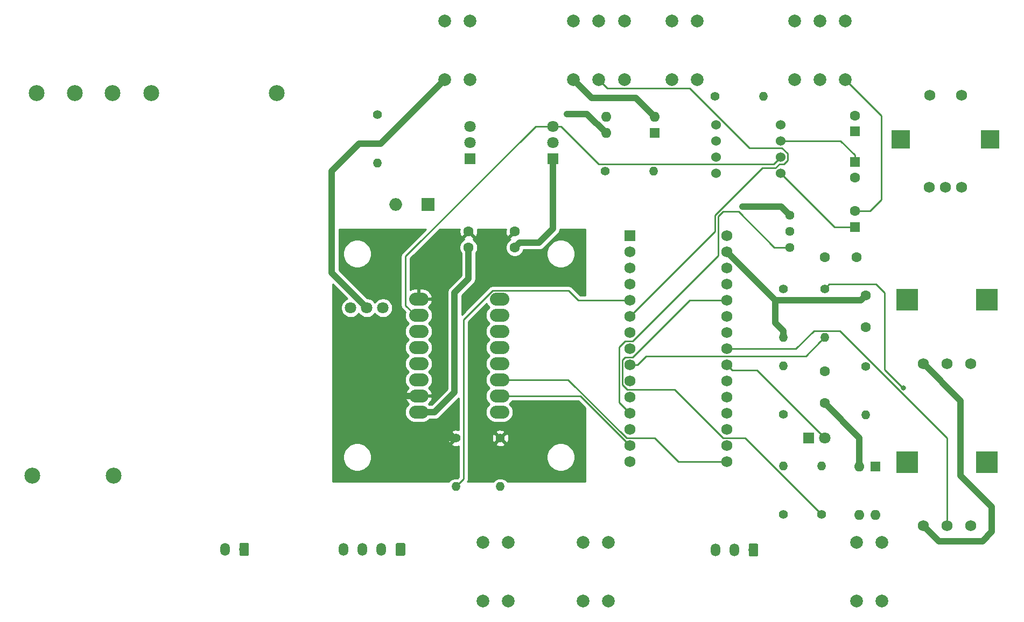
<source format=gbr>
G04 #@! TF.GenerationSoftware,KiCad,Pcbnew,(5.1.4)-1*
G04 #@! TF.CreationDate,2019-11-18T19:22:07+01:00*
G04 #@! TF.ProjectId,upuaut_2Nils,75707561-7574-45f3-924e-696c732e6b69,rev?*
G04 #@! TF.SameCoordinates,Original*
G04 #@! TF.FileFunction,Copper,L2,Bot*
G04 #@! TF.FilePolarity,Positive*
%FSLAX46Y46*%
G04 Gerber Fmt 4.6, Leading zero omitted, Abs format (unit mm)*
G04 Created by KiCad (PCBNEW (5.1.4)-1) date 2019-11-18 19:22:07*
%MOMM*%
%LPD*%
G04 APERTURE LIST*
%ADD10O,1.500000X2.020000*%
%ADD11C,0.100000*%
%ADD12C,1.500000*%
%ADD13C,1.800000*%
%ADD14C,2.000000*%
%ADD15R,3.500000X3.500000*%
%ADD16C,1.750000*%
%ADD17R,1.727200X1.727200*%
%ADD18C,1.727200*%
%ADD19O,1.600000X1.600000*%
%ADD20R,1.600000X1.600000*%
%ADD21O,3.048000X2.032000*%
%ADD22C,1.524000*%
%ADD23R,3.000000X3.000000*%
%ADD24R,1.800000X1.800000*%
%ADD25C,2.500000*%
%ADD26C,1.440000*%
%ADD27O,1.400000X1.400000*%
%ADD28C,1.400000*%
%ADD29C,1.600000*%
%ADD30O,2.000000X2.000000*%
%ADD31R,2.000000X2.000000*%
%ADD32C,0.800000*%
%ADD33C,1.000000*%
%ADD34C,0.250000*%
%ADD35C,0.254000*%
G04 APERTURE END LIST*
D10*
X120300000Y-135700000D03*
X123300000Y-135700000D03*
X126300000Y-135700000D03*
D11*
G36*
X129824504Y-134691204D02*
G01*
X129848773Y-134694804D01*
X129872571Y-134700765D01*
X129895671Y-134709030D01*
X129917849Y-134719520D01*
X129938893Y-134732133D01*
X129958598Y-134746747D01*
X129976777Y-134763223D01*
X129993253Y-134781402D01*
X130007867Y-134801107D01*
X130020480Y-134822151D01*
X130030970Y-134844329D01*
X130039235Y-134867429D01*
X130045196Y-134891227D01*
X130048796Y-134915496D01*
X130050000Y-134940000D01*
X130050000Y-136460000D01*
X130048796Y-136484504D01*
X130045196Y-136508773D01*
X130039235Y-136532571D01*
X130030970Y-136555671D01*
X130020480Y-136577849D01*
X130007867Y-136598893D01*
X129993253Y-136618598D01*
X129976777Y-136636777D01*
X129958598Y-136653253D01*
X129938893Y-136667867D01*
X129917849Y-136680480D01*
X129895671Y-136690970D01*
X129872571Y-136699235D01*
X129848773Y-136705196D01*
X129824504Y-136708796D01*
X129800000Y-136710000D01*
X128800000Y-136710000D01*
X128775496Y-136708796D01*
X128751227Y-136705196D01*
X128727429Y-136699235D01*
X128704329Y-136690970D01*
X128682151Y-136680480D01*
X128661107Y-136667867D01*
X128641402Y-136653253D01*
X128623223Y-136636777D01*
X128606747Y-136618598D01*
X128592133Y-136598893D01*
X128579520Y-136577849D01*
X128569030Y-136555671D01*
X128560765Y-136532571D01*
X128554804Y-136508773D01*
X128551204Y-136484504D01*
X128550000Y-136460000D01*
X128550000Y-134940000D01*
X128551204Y-134915496D01*
X128554804Y-134891227D01*
X128560765Y-134867429D01*
X128569030Y-134844329D01*
X128579520Y-134822151D01*
X128592133Y-134801107D01*
X128606747Y-134781402D01*
X128623223Y-134763223D01*
X128641402Y-134746747D01*
X128661107Y-134732133D01*
X128682151Y-134719520D01*
X128704329Y-134709030D01*
X128727429Y-134700765D01*
X128751227Y-134694804D01*
X128775496Y-134691204D01*
X128800000Y-134690000D01*
X129800000Y-134690000D01*
X129824504Y-134691204D01*
X129824504Y-134691204D01*
G37*
D12*
X129300000Y-135700000D03*
D10*
X101700000Y-135700000D03*
D11*
G36*
X105224504Y-134691204D02*
G01*
X105248773Y-134694804D01*
X105272571Y-134700765D01*
X105295671Y-134709030D01*
X105317849Y-134719520D01*
X105338893Y-134732133D01*
X105358598Y-134746747D01*
X105376777Y-134763223D01*
X105393253Y-134781402D01*
X105407867Y-134801107D01*
X105420480Y-134822151D01*
X105430970Y-134844329D01*
X105439235Y-134867429D01*
X105445196Y-134891227D01*
X105448796Y-134915496D01*
X105450000Y-134940000D01*
X105450000Y-136460000D01*
X105448796Y-136484504D01*
X105445196Y-136508773D01*
X105439235Y-136532571D01*
X105430970Y-136555671D01*
X105420480Y-136577849D01*
X105407867Y-136598893D01*
X105393253Y-136618598D01*
X105376777Y-136636777D01*
X105358598Y-136653253D01*
X105338893Y-136667867D01*
X105317849Y-136680480D01*
X105295671Y-136690970D01*
X105272571Y-136699235D01*
X105248773Y-136705196D01*
X105224504Y-136708796D01*
X105200000Y-136710000D01*
X104200000Y-136710000D01*
X104175496Y-136708796D01*
X104151227Y-136705196D01*
X104127429Y-136699235D01*
X104104329Y-136690970D01*
X104082151Y-136680480D01*
X104061107Y-136667867D01*
X104041402Y-136653253D01*
X104023223Y-136636777D01*
X104006747Y-136618598D01*
X103992133Y-136598893D01*
X103979520Y-136577849D01*
X103969030Y-136555671D01*
X103960765Y-136532571D01*
X103954804Y-136508773D01*
X103951204Y-136484504D01*
X103950000Y-136460000D01*
X103950000Y-134940000D01*
X103951204Y-134915496D01*
X103954804Y-134891227D01*
X103960765Y-134867429D01*
X103969030Y-134844329D01*
X103979520Y-134822151D01*
X103992133Y-134801107D01*
X104006747Y-134781402D01*
X104023223Y-134763223D01*
X104041402Y-134746747D01*
X104061107Y-134732133D01*
X104082151Y-134719520D01*
X104104329Y-134709030D01*
X104127429Y-134700765D01*
X104151227Y-134694804D01*
X104175496Y-134691204D01*
X104200000Y-134690000D01*
X105200000Y-134690000D01*
X105224504Y-134691204D01*
X105224504Y-134691204D01*
G37*
D12*
X104700000Y-135700000D03*
D10*
X178800000Y-135800000D03*
X181800000Y-135800000D03*
D11*
G36*
X185324504Y-134791204D02*
G01*
X185348773Y-134794804D01*
X185372571Y-134800765D01*
X185395671Y-134809030D01*
X185417849Y-134819520D01*
X185438893Y-134832133D01*
X185458598Y-134846747D01*
X185476777Y-134863223D01*
X185493253Y-134881402D01*
X185507867Y-134901107D01*
X185520480Y-134922151D01*
X185530970Y-134944329D01*
X185539235Y-134967429D01*
X185545196Y-134991227D01*
X185548796Y-135015496D01*
X185550000Y-135040000D01*
X185550000Y-136560000D01*
X185548796Y-136584504D01*
X185545196Y-136608773D01*
X185539235Y-136632571D01*
X185530970Y-136655671D01*
X185520480Y-136677849D01*
X185507867Y-136698893D01*
X185493253Y-136718598D01*
X185476777Y-136736777D01*
X185458598Y-136753253D01*
X185438893Y-136767867D01*
X185417849Y-136780480D01*
X185395671Y-136790970D01*
X185372571Y-136799235D01*
X185348773Y-136805196D01*
X185324504Y-136808796D01*
X185300000Y-136810000D01*
X184300000Y-136810000D01*
X184275496Y-136808796D01*
X184251227Y-136805196D01*
X184227429Y-136799235D01*
X184204329Y-136790970D01*
X184182151Y-136780480D01*
X184161107Y-136767867D01*
X184141402Y-136753253D01*
X184123223Y-136736777D01*
X184106747Y-136718598D01*
X184092133Y-136698893D01*
X184079520Y-136677849D01*
X184069030Y-136655671D01*
X184060765Y-136632571D01*
X184054804Y-136608773D01*
X184051204Y-136584504D01*
X184050000Y-136560000D01*
X184050000Y-135040000D01*
X184051204Y-135015496D01*
X184054804Y-134991227D01*
X184060765Y-134967429D01*
X184069030Y-134944329D01*
X184079520Y-134922151D01*
X184092133Y-134901107D01*
X184106747Y-134881402D01*
X184123223Y-134863223D01*
X184141402Y-134846747D01*
X184161107Y-134832133D01*
X184182151Y-134819520D01*
X184204329Y-134809030D01*
X184227429Y-134800765D01*
X184251227Y-134794804D01*
X184275496Y-134791204D01*
X184300000Y-134790000D01*
X185300000Y-134790000D01*
X185324504Y-134791204D01*
X185324504Y-134791204D01*
G37*
D12*
X184800000Y-135800000D03*
D13*
X121460000Y-97700000D03*
X124000000Y-97700000D03*
X126540000Y-97700000D03*
D14*
X160500000Y-61800000D03*
X160500000Y-52600000D03*
X156500000Y-61800000D03*
X164500000Y-61800000D03*
X156500000Y-52600000D03*
X164500000Y-52600000D03*
D15*
X221550000Y-96450000D03*
X208950000Y-96450000D03*
D16*
X211500000Y-106450000D03*
X215250000Y-106450000D03*
X219000000Y-106450000D03*
D17*
X165380000Y-86330000D03*
D18*
X165380000Y-88870000D03*
X165380000Y-91410000D03*
X165380000Y-93950000D03*
X165380000Y-96490000D03*
X165380000Y-99030000D03*
X165380000Y-101570000D03*
X165380000Y-104110000D03*
X165380000Y-106650000D03*
X165380000Y-109190000D03*
X165380000Y-111730000D03*
X165380000Y-114270000D03*
X165380000Y-116810000D03*
X165380000Y-119350000D03*
X165380000Y-121890000D03*
X180620000Y-121890000D03*
X180620000Y-119350000D03*
X180620000Y-116810000D03*
X180620000Y-114270000D03*
X180620000Y-111730000D03*
X180620000Y-109190000D03*
X180620000Y-106650000D03*
X180620000Y-104110000D03*
X180620000Y-101570000D03*
X180620000Y-99030000D03*
X180620000Y-96490000D03*
X180620000Y-93950000D03*
X180620000Y-91410000D03*
X180620000Y-88870000D03*
X180620000Y-86330000D03*
D14*
X172000000Y-61800000D03*
X176000000Y-61800000D03*
X172000000Y-52600000D03*
X176000000Y-52600000D03*
D19*
X204000000Y-130320000D03*
X201460000Y-122700000D03*
X201460000Y-130320000D03*
D20*
X204000000Y-122700000D03*
D14*
X162000000Y-134600000D03*
X158000000Y-134600000D03*
X162000000Y-143800000D03*
X158000000Y-143800000D03*
X146250000Y-134600000D03*
X142250000Y-134600000D03*
X146250000Y-143800000D03*
X142250000Y-143800000D03*
X136250000Y-61800000D03*
X140250000Y-61800000D03*
X136250000Y-52600000D03*
X140250000Y-52600000D03*
X205000000Y-134600000D03*
X201000000Y-134600000D03*
X205000000Y-143800000D03*
X201000000Y-143800000D03*
X195250000Y-61800000D03*
X195250000Y-52600000D03*
X191250000Y-61800000D03*
X199250000Y-61800000D03*
X191250000Y-52600000D03*
X199250000Y-52600000D03*
D21*
X144850000Y-96310000D03*
X144850000Y-98850000D03*
X144850000Y-101390000D03*
X144850000Y-103930000D03*
X144850000Y-106470000D03*
X144850000Y-109010000D03*
X144850000Y-111550000D03*
X144850000Y-114090000D03*
X132150000Y-114090000D03*
X132150000Y-111550000D03*
X132150000Y-109010000D03*
X132150000Y-106470000D03*
X132150000Y-103930000D03*
X132150000Y-101390000D03*
X132150000Y-98850000D03*
X132150000Y-96310000D03*
D22*
X189080000Y-68870000D03*
X189080000Y-71410000D03*
X189080000Y-73950000D03*
X189080000Y-76490000D03*
X178920000Y-76490000D03*
X178920000Y-73950000D03*
X178920000Y-71410000D03*
X178920000Y-68870000D03*
D16*
X212500000Y-64200000D03*
X217500000Y-64200000D03*
D23*
X222000000Y-71200000D03*
X208000000Y-71200000D03*
D16*
X215000000Y-78700000D03*
X217540000Y-78700000D03*
X212460000Y-78700000D03*
D15*
X221550000Y-121950000D03*
X208950000Y-121950000D03*
D16*
X211500000Y-131950000D03*
X215250000Y-131950000D03*
X219000000Y-131950000D03*
D24*
X153250000Y-74200000D03*
D13*
X153250000Y-71660000D03*
X153250000Y-69120000D03*
D24*
X140250000Y-74200000D03*
D13*
X140250000Y-71660000D03*
X140250000Y-69120000D03*
D19*
X161630000Y-70200000D03*
X169250000Y-67660000D03*
X161630000Y-67660000D03*
D20*
X169250000Y-70200000D03*
D25*
X84150000Y-124100000D03*
X71400000Y-124100000D03*
X109850000Y-63900000D03*
X90100000Y-63900000D03*
X84050000Y-63900000D03*
X78050000Y-63900000D03*
X72050000Y-63900000D03*
D26*
X190500000Y-83120000D03*
X190500000Y-85660000D03*
X190500000Y-88200000D03*
D27*
X202500000Y-114570000D03*
D28*
X202500000Y-106950000D03*
D27*
X125700000Y-74920000D03*
D28*
X125700000Y-67300000D03*
D27*
X195500000Y-122580000D03*
D28*
X195500000Y-130200000D03*
D27*
X189500000Y-106830000D03*
D28*
X189500000Y-114450000D03*
D27*
X186370000Y-64450000D03*
D28*
X178750000Y-64450000D03*
D27*
X189500000Y-102320000D03*
D28*
X189500000Y-94700000D03*
D27*
X189500000Y-122580000D03*
D28*
X189500000Y-130200000D03*
D27*
X145000000Y-125820000D03*
D28*
X145000000Y-118200000D03*
D27*
X138000000Y-125820000D03*
D28*
X138000000Y-118200000D03*
D27*
X169120000Y-76200000D03*
D28*
X161500000Y-76200000D03*
D27*
X196000000Y-102320000D03*
D28*
X196000000Y-94700000D03*
D29*
X140000000Y-85700000D03*
X140000000Y-88200000D03*
X147250000Y-85700000D03*
X147250000Y-88200000D03*
D30*
X128520000Y-81400000D03*
D31*
X133600000Y-81400000D03*
D13*
X196040000Y-118200000D03*
D24*
X193500000Y-118200000D03*
D29*
X200750000Y-77200000D03*
D20*
X200750000Y-74700000D03*
D29*
X200750000Y-82450000D03*
D20*
X200750000Y-84950000D03*
D29*
X196000000Y-89700000D03*
X201000000Y-89700000D03*
X200750000Y-67450000D03*
D20*
X200750000Y-69950000D03*
D29*
X196000000Y-112700000D03*
X196000000Y-107700000D03*
X202500000Y-100700000D03*
X202500000Y-95700000D03*
D32*
X183100000Y-81747630D03*
X162000000Y-64700000D03*
X208396154Y-110303846D03*
X155500000Y-67200000D03*
D33*
X138000000Y-118200000D02*
X129400000Y-118200000D01*
X129400000Y-118200000D02*
X128600000Y-117400000D01*
X129626000Y-111550000D02*
X132150000Y-111550000D01*
X128600000Y-112576000D02*
X129626000Y-111550000D01*
X128600000Y-117400000D02*
X128600000Y-112576000D01*
X189127630Y-81747630D02*
X190500000Y-83120000D01*
X183100000Y-81747630D02*
X189127630Y-81747630D01*
X201700001Y-96499999D02*
X202500000Y-95700000D01*
X188250000Y-96500000D02*
X201700001Y-96499999D01*
X180620000Y-88870000D02*
X188250000Y-96500000D01*
X201460000Y-118160000D02*
X196000000Y-112700000D01*
X201460000Y-122700000D02*
X201460000Y-118160000D01*
X188250000Y-100080051D02*
X188250000Y-96500000D01*
X189500000Y-101330051D02*
X188250000Y-100080051D01*
X189500000Y-102320000D02*
X189500000Y-101330051D01*
X217400000Y-112350000D02*
X211400000Y-106350000D01*
X213950000Y-134400000D02*
X220800000Y-134400000D01*
X220800000Y-134400000D02*
X222300000Y-132900000D01*
X211500000Y-131950000D02*
X213950000Y-134400000D01*
X222300000Y-132900000D02*
X222300000Y-129000000D01*
X222300000Y-129000000D02*
X217400000Y-124100000D01*
X217400000Y-124100000D02*
X217400000Y-112350000D01*
X156500000Y-61800000D02*
X159400000Y-64700000D01*
X166290000Y-64700000D02*
X169250000Y-67660000D01*
X159400000Y-64700000D02*
X162000000Y-64700000D01*
X162000000Y-64700000D02*
X166290000Y-64700000D01*
D34*
X195300001Y-103019999D02*
X196000000Y-102320000D01*
X193021399Y-105298601D02*
X195300001Y-103019999D01*
X167952713Y-105298601D02*
X193021399Y-105298601D01*
X166601314Y-106650000D02*
X167952713Y-105298601D01*
X165380000Y-106650000D02*
X166601314Y-106650000D01*
X197540000Y-84950000D02*
X200750000Y-84950000D01*
X189080000Y-76490000D02*
X197540000Y-84950000D01*
X199250000Y-61800000D02*
X204900000Y-67450000D01*
X204900000Y-67450000D02*
X204900000Y-80700000D01*
X203150000Y-82450000D02*
X200750000Y-82450000D01*
X204900000Y-80700000D02*
X203150000Y-82450000D01*
X200750000Y-73650000D02*
X200750000Y-74700000D01*
X198510000Y-71410000D02*
X200750000Y-73650000D01*
X189080000Y-71410000D02*
X198510000Y-71410000D01*
X195140001Y-117300001D02*
X196040000Y-118200000D01*
X185353599Y-107513599D02*
X195140001Y-117300001D01*
X181483599Y-107513599D02*
X185353599Y-107513599D01*
X180620000Y-106650000D02*
X181483599Y-107513599D01*
D33*
X134674000Y-114090000D02*
X137800000Y-110964000D01*
X132150000Y-114090000D02*
X134674000Y-114090000D01*
X137800000Y-110964000D02*
X137800000Y-95300000D01*
X140000000Y-93100000D02*
X140000000Y-88200000D01*
X137800000Y-95300000D02*
X140000000Y-93100000D01*
X153250000Y-74200000D02*
X153250000Y-85250000D01*
X148049999Y-87400001D02*
X147250000Y-88200000D01*
X151099999Y-87400001D02*
X148049999Y-87400001D01*
X153250000Y-85250000D02*
X151099999Y-87400001D01*
X118500000Y-92200000D02*
X124000000Y-97700000D01*
X118500000Y-76200000D02*
X118500000Y-92200000D01*
X122829999Y-71870001D02*
X118500000Y-76200000D01*
X136250000Y-61800000D02*
X126179999Y-71870001D01*
X126179999Y-71870001D02*
X122829999Y-71870001D01*
D34*
X153250000Y-69120000D02*
X150580000Y-69120000D01*
X131642000Y-98850000D02*
X132150000Y-98850000D01*
X130100990Y-97308990D02*
X131642000Y-98850000D01*
X130100990Y-89599010D02*
X130100990Y-97308990D01*
X150580000Y-69120000D02*
X130100990Y-89599010D01*
X188318001Y-74711999D02*
X189080000Y-73950000D01*
X187992999Y-75037001D02*
X188318001Y-74711999D01*
X160439793Y-75037001D02*
X187992999Y-75037001D01*
X154522792Y-69120000D02*
X160439793Y-75037001D01*
X153250000Y-69120000D02*
X154522792Y-69120000D01*
X196699999Y-94000001D02*
X204100001Y-94000001D01*
X196000000Y-94700000D02*
X196699999Y-94000001D01*
X205400000Y-95300000D02*
X205400000Y-107400000D01*
X204100001Y-94000001D02*
X205400000Y-95300000D01*
X205400000Y-107400000D02*
X208303846Y-110303846D01*
X208303846Y-110303846D02*
X208396154Y-110303846D01*
X138699999Y-125120001D02*
X138000000Y-125820000D01*
X139225001Y-124594999D02*
X138699999Y-125120001D01*
X139225001Y-99530525D02*
X139225001Y-124594999D01*
X143786536Y-94968990D02*
X139225001Y-99530525D01*
X155713464Y-94968990D02*
X143786536Y-94968990D01*
X157234474Y-96490000D02*
X155713464Y-94968990D01*
X165380000Y-96490000D02*
X157234474Y-96490000D01*
X180061399Y-118161399D02*
X183461399Y-118161399D01*
X172441399Y-110541399D02*
X180061399Y-118161399D01*
X164972269Y-110541399D02*
X172441399Y-110541399D01*
X164191399Y-109760529D02*
X164972269Y-110541399D01*
X164191399Y-105908601D02*
X164191399Y-109760529D01*
X164638601Y-105461399D02*
X164191399Y-105908601D01*
X165787731Y-105461399D02*
X164638601Y-105461399D01*
X194800001Y-129500001D02*
X195500000Y-130200000D01*
X174759130Y-96490000D02*
X165787731Y-105461399D01*
X183461399Y-118161399D02*
X194800001Y-129500001D01*
X180620000Y-96490000D02*
X174759130Y-96490000D01*
X189481767Y-88200000D02*
X190500000Y-88200000D01*
X182442786Y-82539999D02*
X188102787Y-88200000D01*
X180019999Y-82539999D02*
X182442786Y-82539999D01*
X179231399Y-83328599D02*
X180019999Y-82539999D01*
X179231399Y-89477731D02*
X179231399Y-83328599D01*
X165787731Y-102921399D02*
X179231399Y-89477731D01*
X163700000Y-103868072D02*
X164646673Y-102921399D01*
X188102787Y-88200000D02*
X189481767Y-88200000D01*
X164646673Y-102921399D02*
X165787731Y-102921399D01*
X163700000Y-112590000D02*
X163700000Y-103868072D01*
X165380000Y-114270000D02*
X163700000Y-112590000D01*
D33*
X158630000Y-67200000D02*
X161630000Y-70200000D01*
X155500000Y-67200000D02*
X158630000Y-67200000D01*
D34*
X181841314Y-104110000D02*
X180620000Y-104110000D01*
X191490000Y-104110000D02*
X181841314Y-104110000D01*
X194305001Y-101294999D02*
X191490000Y-104110000D01*
X198362001Y-101294999D02*
X194305001Y-101294999D01*
X215250000Y-118182998D02*
X198362001Y-101294999D01*
X215250000Y-131950000D02*
X215250000Y-118182998D01*
X157580000Y-111550000D02*
X165380000Y-119350000D01*
X144850000Y-111550000D02*
X157580000Y-111550000D01*
X164827809Y-118161399D02*
X169261399Y-118161399D01*
X144850000Y-109010000D02*
X155676410Y-109010000D01*
X155676410Y-109010000D02*
X164827809Y-118161399D01*
X169261399Y-118161399D02*
X173000000Y-121900000D01*
X173010000Y-121890000D02*
X180620000Y-121890000D01*
X173000000Y-121900000D02*
X173010000Y-121890000D01*
X174783763Y-63125001D02*
X161825001Y-63125001D01*
X184155763Y-72497001D02*
X174783763Y-63125001D01*
X189235763Y-72497001D02*
X184155763Y-72497001D01*
X189601761Y-75037001D02*
X190167001Y-74471761D01*
X190167001Y-73428239D02*
X189235763Y-72497001D01*
X188924237Y-75037001D02*
X189601761Y-75037001D01*
X186223588Y-75700000D02*
X188261238Y-75700000D01*
X178781390Y-83142198D02*
X186223588Y-75700000D01*
X161499999Y-62799999D02*
X160500000Y-61800000D01*
X188261238Y-75700000D02*
X188924237Y-75037001D01*
X178781389Y-85628611D02*
X178781390Y-83142198D01*
X161825001Y-63125001D02*
X161499999Y-62799999D01*
X190167001Y-74471761D02*
X190167001Y-73428239D01*
X165380000Y-99030000D02*
X178781389Y-85628611D01*
D35*
G36*
X142962602Y-97231684D02*
G01*
X143168918Y-97483082D01*
X143287014Y-97580000D01*
X143168918Y-97676918D01*
X142962602Y-97928316D01*
X142809295Y-98215133D01*
X142714889Y-98526347D01*
X142683012Y-98850000D01*
X142714889Y-99173653D01*
X142809295Y-99484867D01*
X142962602Y-99771684D01*
X143168918Y-100023082D01*
X143287014Y-100120000D01*
X143168918Y-100216918D01*
X142962602Y-100468316D01*
X142809295Y-100755133D01*
X142714889Y-101066347D01*
X142683012Y-101390000D01*
X142714889Y-101713653D01*
X142809295Y-102024867D01*
X142962602Y-102311684D01*
X143168918Y-102563082D01*
X143287014Y-102660000D01*
X143168918Y-102756918D01*
X142962602Y-103008316D01*
X142809295Y-103295133D01*
X142714889Y-103606347D01*
X142683012Y-103930000D01*
X142714889Y-104253653D01*
X142809295Y-104564867D01*
X142962602Y-104851684D01*
X143168918Y-105103082D01*
X143287014Y-105200000D01*
X143168918Y-105296918D01*
X142962602Y-105548316D01*
X142809295Y-105835133D01*
X142714889Y-106146347D01*
X142683012Y-106470000D01*
X142714889Y-106793653D01*
X142809295Y-107104867D01*
X142962602Y-107391684D01*
X143168918Y-107643082D01*
X143287014Y-107740000D01*
X143168918Y-107836918D01*
X142962602Y-108088316D01*
X142809295Y-108375133D01*
X142714889Y-108686347D01*
X142683012Y-109010000D01*
X142714889Y-109333653D01*
X142809295Y-109644867D01*
X142962602Y-109931684D01*
X143168918Y-110183082D01*
X143287014Y-110280000D01*
X143168918Y-110376918D01*
X142962602Y-110628316D01*
X142809295Y-110915133D01*
X142714889Y-111226347D01*
X142683012Y-111550000D01*
X142714889Y-111873653D01*
X142809295Y-112184867D01*
X142962602Y-112471684D01*
X143168918Y-112723082D01*
X143287014Y-112820000D01*
X143168918Y-112916918D01*
X142962602Y-113168316D01*
X142809295Y-113455133D01*
X142714889Y-113766347D01*
X142683012Y-114090000D01*
X142714889Y-114413653D01*
X142809295Y-114724867D01*
X142962602Y-115011684D01*
X143168918Y-115263082D01*
X143420316Y-115469398D01*
X143707133Y-115622705D01*
X144018347Y-115717111D01*
X144260896Y-115741000D01*
X145439104Y-115741000D01*
X145681653Y-115717111D01*
X145992867Y-115622705D01*
X146279684Y-115469398D01*
X146531082Y-115263082D01*
X146737398Y-115011684D01*
X146890705Y-114724867D01*
X146985111Y-114413653D01*
X147016988Y-114090000D01*
X146985111Y-113766347D01*
X146890705Y-113455133D01*
X146737398Y-113168316D01*
X146531082Y-112916918D01*
X146412986Y-112820000D01*
X146531082Y-112723082D01*
X146737398Y-112471684D01*
X146823820Y-112310000D01*
X157265199Y-112310000D01*
X158373000Y-113417801D01*
X158373000Y-125073000D01*
X146113966Y-125073000D01*
X145948555Y-124871445D01*
X145745275Y-124704618D01*
X145513354Y-124580653D01*
X145261706Y-124504317D01*
X145065579Y-124485000D01*
X144934421Y-124485000D01*
X144738294Y-124504317D01*
X144486646Y-124580653D01*
X144254725Y-124704618D01*
X144051445Y-124871445D01*
X143886034Y-125073000D01*
X139815885Y-125073000D01*
X139859975Y-125019276D01*
X139930547Y-124887246D01*
X139948593Y-124827755D01*
X139974004Y-124743985D01*
X139985001Y-124632332D01*
X139985001Y-124632322D01*
X139988677Y-124594999D01*
X139985001Y-124557676D01*
X139985001Y-120979872D01*
X152265000Y-120979872D01*
X152265000Y-121420128D01*
X152350890Y-121851925D01*
X152519369Y-122258669D01*
X152763962Y-122624729D01*
X153075271Y-122936038D01*
X153441331Y-123180631D01*
X153848075Y-123349110D01*
X154279872Y-123435000D01*
X154720128Y-123435000D01*
X155151925Y-123349110D01*
X155558669Y-123180631D01*
X155924729Y-122936038D01*
X156236038Y-122624729D01*
X156480631Y-122258669D01*
X156649110Y-121851925D01*
X156735000Y-121420128D01*
X156735000Y-120979872D01*
X156649110Y-120548075D01*
X156480631Y-120141331D01*
X156236038Y-119775271D01*
X155924729Y-119463962D01*
X155558669Y-119219369D01*
X155151925Y-119050890D01*
X154720128Y-118965000D01*
X154279872Y-118965000D01*
X153848075Y-119050890D01*
X153441331Y-119219369D01*
X153075271Y-119463962D01*
X152763962Y-119775271D01*
X152519369Y-120141331D01*
X152350890Y-120548075D01*
X152265000Y-120979872D01*
X139985001Y-120979872D01*
X139985001Y-119121269D01*
X144258336Y-119121269D01*
X144317797Y-119355037D01*
X144556242Y-119465934D01*
X144811740Y-119528183D01*
X145074473Y-119539390D01*
X145334344Y-119499125D01*
X145581366Y-119408935D01*
X145682203Y-119355037D01*
X145741664Y-119121269D01*
X145000000Y-118379605D01*
X144258336Y-119121269D01*
X139985001Y-119121269D01*
X139985001Y-118274473D01*
X143660610Y-118274473D01*
X143700875Y-118534344D01*
X143791065Y-118781366D01*
X143844963Y-118882203D01*
X144078731Y-118941664D01*
X144820395Y-118200000D01*
X145179605Y-118200000D01*
X145921269Y-118941664D01*
X146155037Y-118882203D01*
X146265934Y-118643758D01*
X146328183Y-118388260D01*
X146339390Y-118125527D01*
X146299125Y-117865656D01*
X146208935Y-117618634D01*
X146155037Y-117517797D01*
X145921269Y-117458336D01*
X145179605Y-118200000D01*
X144820395Y-118200000D01*
X144078731Y-117458336D01*
X143844963Y-117517797D01*
X143734066Y-117756242D01*
X143671817Y-118011740D01*
X143660610Y-118274473D01*
X139985001Y-118274473D01*
X139985001Y-117278731D01*
X144258336Y-117278731D01*
X145000000Y-118020395D01*
X145741664Y-117278731D01*
X145682203Y-117044963D01*
X145443758Y-116934066D01*
X145188260Y-116871817D01*
X144925527Y-116860610D01*
X144665656Y-116900875D01*
X144418634Y-116991065D01*
X144317797Y-117044963D01*
X144258336Y-117278731D01*
X139985001Y-117278731D01*
X139985001Y-99845326D01*
X142835826Y-96994502D01*
X142962602Y-97231684D01*
X142962602Y-97231684D01*
G37*
X142962602Y-97231684D02*
X143168918Y-97483082D01*
X143287014Y-97580000D01*
X143168918Y-97676918D01*
X142962602Y-97928316D01*
X142809295Y-98215133D01*
X142714889Y-98526347D01*
X142683012Y-98850000D01*
X142714889Y-99173653D01*
X142809295Y-99484867D01*
X142962602Y-99771684D01*
X143168918Y-100023082D01*
X143287014Y-100120000D01*
X143168918Y-100216918D01*
X142962602Y-100468316D01*
X142809295Y-100755133D01*
X142714889Y-101066347D01*
X142683012Y-101390000D01*
X142714889Y-101713653D01*
X142809295Y-102024867D01*
X142962602Y-102311684D01*
X143168918Y-102563082D01*
X143287014Y-102660000D01*
X143168918Y-102756918D01*
X142962602Y-103008316D01*
X142809295Y-103295133D01*
X142714889Y-103606347D01*
X142683012Y-103930000D01*
X142714889Y-104253653D01*
X142809295Y-104564867D01*
X142962602Y-104851684D01*
X143168918Y-105103082D01*
X143287014Y-105200000D01*
X143168918Y-105296918D01*
X142962602Y-105548316D01*
X142809295Y-105835133D01*
X142714889Y-106146347D01*
X142683012Y-106470000D01*
X142714889Y-106793653D01*
X142809295Y-107104867D01*
X142962602Y-107391684D01*
X143168918Y-107643082D01*
X143287014Y-107740000D01*
X143168918Y-107836918D01*
X142962602Y-108088316D01*
X142809295Y-108375133D01*
X142714889Y-108686347D01*
X142683012Y-109010000D01*
X142714889Y-109333653D01*
X142809295Y-109644867D01*
X142962602Y-109931684D01*
X143168918Y-110183082D01*
X143287014Y-110280000D01*
X143168918Y-110376918D01*
X142962602Y-110628316D01*
X142809295Y-110915133D01*
X142714889Y-111226347D01*
X142683012Y-111550000D01*
X142714889Y-111873653D01*
X142809295Y-112184867D01*
X142962602Y-112471684D01*
X143168918Y-112723082D01*
X143287014Y-112820000D01*
X143168918Y-112916918D01*
X142962602Y-113168316D01*
X142809295Y-113455133D01*
X142714889Y-113766347D01*
X142683012Y-114090000D01*
X142714889Y-114413653D01*
X142809295Y-114724867D01*
X142962602Y-115011684D01*
X143168918Y-115263082D01*
X143420316Y-115469398D01*
X143707133Y-115622705D01*
X144018347Y-115717111D01*
X144260896Y-115741000D01*
X145439104Y-115741000D01*
X145681653Y-115717111D01*
X145992867Y-115622705D01*
X146279684Y-115469398D01*
X146531082Y-115263082D01*
X146737398Y-115011684D01*
X146890705Y-114724867D01*
X146985111Y-114413653D01*
X147016988Y-114090000D01*
X146985111Y-113766347D01*
X146890705Y-113455133D01*
X146737398Y-113168316D01*
X146531082Y-112916918D01*
X146412986Y-112820000D01*
X146531082Y-112723082D01*
X146737398Y-112471684D01*
X146823820Y-112310000D01*
X157265199Y-112310000D01*
X158373000Y-113417801D01*
X158373000Y-125073000D01*
X146113966Y-125073000D01*
X145948555Y-124871445D01*
X145745275Y-124704618D01*
X145513354Y-124580653D01*
X145261706Y-124504317D01*
X145065579Y-124485000D01*
X144934421Y-124485000D01*
X144738294Y-124504317D01*
X144486646Y-124580653D01*
X144254725Y-124704618D01*
X144051445Y-124871445D01*
X143886034Y-125073000D01*
X139815885Y-125073000D01*
X139859975Y-125019276D01*
X139930547Y-124887246D01*
X139948593Y-124827755D01*
X139974004Y-124743985D01*
X139985001Y-124632332D01*
X139985001Y-124632322D01*
X139988677Y-124594999D01*
X139985001Y-124557676D01*
X139985001Y-120979872D01*
X152265000Y-120979872D01*
X152265000Y-121420128D01*
X152350890Y-121851925D01*
X152519369Y-122258669D01*
X152763962Y-122624729D01*
X153075271Y-122936038D01*
X153441331Y-123180631D01*
X153848075Y-123349110D01*
X154279872Y-123435000D01*
X154720128Y-123435000D01*
X155151925Y-123349110D01*
X155558669Y-123180631D01*
X155924729Y-122936038D01*
X156236038Y-122624729D01*
X156480631Y-122258669D01*
X156649110Y-121851925D01*
X156735000Y-121420128D01*
X156735000Y-120979872D01*
X156649110Y-120548075D01*
X156480631Y-120141331D01*
X156236038Y-119775271D01*
X155924729Y-119463962D01*
X155558669Y-119219369D01*
X155151925Y-119050890D01*
X154720128Y-118965000D01*
X154279872Y-118965000D01*
X153848075Y-119050890D01*
X153441331Y-119219369D01*
X153075271Y-119463962D01*
X152763962Y-119775271D01*
X152519369Y-120141331D01*
X152350890Y-120548075D01*
X152265000Y-120979872D01*
X139985001Y-120979872D01*
X139985001Y-119121269D01*
X144258336Y-119121269D01*
X144317797Y-119355037D01*
X144556242Y-119465934D01*
X144811740Y-119528183D01*
X145074473Y-119539390D01*
X145334344Y-119499125D01*
X145581366Y-119408935D01*
X145682203Y-119355037D01*
X145741664Y-119121269D01*
X145000000Y-118379605D01*
X144258336Y-119121269D01*
X139985001Y-119121269D01*
X139985001Y-118274473D01*
X143660610Y-118274473D01*
X143700875Y-118534344D01*
X143791065Y-118781366D01*
X143844963Y-118882203D01*
X144078731Y-118941664D01*
X144820395Y-118200000D01*
X145179605Y-118200000D01*
X145921269Y-118941664D01*
X146155037Y-118882203D01*
X146265934Y-118643758D01*
X146328183Y-118388260D01*
X146339390Y-118125527D01*
X146299125Y-117865656D01*
X146208935Y-117618634D01*
X146155037Y-117517797D01*
X145921269Y-117458336D01*
X145179605Y-118200000D01*
X144820395Y-118200000D01*
X144078731Y-117458336D01*
X143844963Y-117517797D01*
X143734066Y-117756242D01*
X143671817Y-118011740D01*
X143660610Y-118274473D01*
X139985001Y-118274473D01*
X139985001Y-117278731D01*
X144258336Y-117278731D01*
X145000000Y-118020395D01*
X145741664Y-117278731D01*
X145682203Y-117044963D01*
X145443758Y-116934066D01*
X145188260Y-116871817D01*
X144925527Y-116860610D01*
X144665656Y-116900875D01*
X144418634Y-116991065D01*
X144317797Y-117044963D01*
X144258336Y-117278731D01*
X139985001Y-117278731D01*
X139985001Y-99845326D01*
X142835826Y-96994502D01*
X142962602Y-97231684D01*
G36*
X129589993Y-89035206D02*
G01*
X129560989Y-89059009D01*
X129515237Y-89114759D01*
X129466016Y-89174734D01*
X129409812Y-89279884D01*
X129395444Y-89306764D01*
X129351987Y-89450025D01*
X129340990Y-89561678D01*
X129340990Y-89561688D01*
X129337314Y-89599010D01*
X129340990Y-89636332D01*
X129340991Y-97271658D01*
X129337314Y-97308990D01*
X129351988Y-97457975D01*
X129395444Y-97601236D01*
X129466016Y-97733266D01*
X129537191Y-97819992D01*
X129560990Y-97848991D01*
X129589988Y-97872789D01*
X130068108Y-98350909D01*
X130014889Y-98526347D01*
X129983012Y-98850000D01*
X130014889Y-99173653D01*
X130109295Y-99484867D01*
X130262602Y-99771684D01*
X130468918Y-100023082D01*
X130587014Y-100120000D01*
X130468918Y-100216918D01*
X130262602Y-100468316D01*
X130109295Y-100755133D01*
X130014889Y-101066347D01*
X129983012Y-101390000D01*
X130014889Y-101713653D01*
X130109295Y-102024867D01*
X130262602Y-102311684D01*
X130468918Y-102563082D01*
X130587014Y-102660000D01*
X130468918Y-102756918D01*
X130262602Y-103008316D01*
X130109295Y-103295133D01*
X130014889Y-103606347D01*
X129983012Y-103930000D01*
X130014889Y-104253653D01*
X130109295Y-104564867D01*
X130262602Y-104851684D01*
X130468918Y-105103082D01*
X130587014Y-105200000D01*
X130468918Y-105296918D01*
X130262602Y-105548316D01*
X130109295Y-105835133D01*
X130014889Y-106146347D01*
X129983012Y-106470000D01*
X130014889Y-106793653D01*
X130109295Y-107104867D01*
X130262602Y-107391684D01*
X130468918Y-107643082D01*
X130587014Y-107740000D01*
X130468918Y-107836918D01*
X130262602Y-108088316D01*
X130109295Y-108375133D01*
X130014889Y-108686347D01*
X129983012Y-109010000D01*
X130014889Y-109333653D01*
X130109295Y-109644867D01*
X130262602Y-109931684D01*
X130468918Y-110183082D01*
X130586225Y-110279353D01*
X130384764Y-110472369D01*
X130198686Y-110738350D01*
X130068074Y-111035522D01*
X130036025Y-111167056D01*
X130155164Y-111423000D01*
X132023000Y-111423000D01*
X132023000Y-111403000D01*
X132277000Y-111403000D01*
X132277000Y-111423000D01*
X134144836Y-111423000D01*
X134263975Y-111167056D01*
X134231926Y-111035522D01*
X134101314Y-110738350D01*
X133915236Y-110472369D01*
X133713775Y-110279353D01*
X133831082Y-110183082D01*
X134037398Y-109931684D01*
X134190705Y-109644867D01*
X134285111Y-109333653D01*
X134316988Y-109010000D01*
X134285111Y-108686347D01*
X134190705Y-108375133D01*
X134037398Y-108088316D01*
X133831082Y-107836918D01*
X133712986Y-107740000D01*
X133831082Y-107643082D01*
X134037398Y-107391684D01*
X134190705Y-107104867D01*
X134285111Y-106793653D01*
X134316988Y-106470000D01*
X134285111Y-106146347D01*
X134190705Y-105835133D01*
X134037398Y-105548316D01*
X133831082Y-105296918D01*
X133712986Y-105200000D01*
X133831082Y-105103082D01*
X134037398Y-104851684D01*
X134190705Y-104564867D01*
X134285111Y-104253653D01*
X134316988Y-103930000D01*
X134285111Y-103606347D01*
X134190705Y-103295133D01*
X134037398Y-103008316D01*
X133831082Y-102756918D01*
X133712986Y-102660000D01*
X133831082Y-102563082D01*
X134037398Y-102311684D01*
X134190705Y-102024867D01*
X134285111Y-101713653D01*
X134316988Y-101390000D01*
X134285111Y-101066347D01*
X134190705Y-100755133D01*
X134037398Y-100468316D01*
X133831082Y-100216918D01*
X133712986Y-100120000D01*
X133831082Y-100023082D01*
X134037398Y-99771684D01*
X134190705Y-99484867D01*
X134285111Y-99173653D01*
X134316988Y-98850000D01*
X134285111Y-98526347D01*
X134190705Y-98215133D01*
X134037398Y-97928316D01*
X133831082Y-97676918D01*
X133713775Y-97580647D01*
X133915236Y-97387631D01*
X134101314Y-97121650D01*
X134231926Y-96824478D01*
X134263975Y-96692944D01*
X134144836Y-96437000D01*
X132277000Y-96437000D01*
X132277000Y-96457000D01*
X132023000Y-96457000D01*
X132023000Y-96437000D01*
X132003000Y-96437000D01*
X132003000Y-96183000D01*
X132023000Y-96183000D01*
X132023000Y-94659000D01*
X132277000Y-94659000D01*
X132277000Y-96183000D01*
X134144836Y-96183000D01*
X134263975Y-95927056D01*
X134231926Y-95795522D01*
X134101314Y-95498350D01*
X133915236Y-95232369D01*
X133680843Y-95007801D01*
X133407143Y-94833276D01*
X133104654Y-94715500D01*
X132785000Y-94659000D01*
X132277000Y-94659000D01*
X132023000Y-94659000D01*
X131515000Y-94659000D01*
X131195346Y-94715500D01*
X130892857Y-94833276D01*
X130860990Y-94853596D01*
X130860990Y-89913811D01*
X135447801Y-85327000D01*
X138614103Y-85327000D01*
X138573700Y-85488184D01*
X138559783Y-85770512D01*
X138601213Y-86050130D01*
X138696397Y-86316292D01*
X138763329Y-86441514D01*
X139007298Y-86513097D01*
X139820395Y-85700000D01*
X139806253Y-85685858D01*
X139985858Y-85506253D01*
X140000000Y-85520395D01*
X140014143Y-85506253D01*
X140193748Y-85685858D01*
X140179605Y-85700000D01*
X140992702Y-86513097D01*
X141236671Y-86441514D01*
X141357571Y-86186004D01*
X141426300Y-85911816D01*
X141440217Y-85629488D01*
X141398787Y-85349870D01*
X141390608Y-85327000D01*
X145864103Y-85327000D01*
X145823700Y-85488184D01*
X145809783Y-85770512D01*
X145851213Y-86050130D01*
X145946397Y-86316292D01*
X146013329Y-86441514D01*
X146257298Y-86513097D01*
X147070395Y-85700000D01*
X147056253Y-85685858D01*
X147235858Y-85506253D01*
X147250000Y-85520395D01*
X147264143Y-85506253D01*
X147443748Y-85685858D01*
X147429605Y-85700000D01*
X147443748Y-85714143D01*
X147264143Y-85893748D01*
X147250000Y-85879605D01*
X146436903Y-86692702D01*
X146508486Y-86936671D01*
X146537341Y-86950324D01*
X146335241Y-87085363D01*
X146135363Y-87285241D01*
X145978320Y-87520273D01*
X145870147Y-87781426D01*
X145815000Y-88058665D01*
X145815000Y-88341335D01*
X145870147Y-88618574D01*
X145978320Y-88879727D01*
X146135363Y-89114759D01*
X146335241Y-89314637D01*
X146570273Y-89471680D01*
X146831426Y-89579853D01*
X147108665Y-89635000D01*
X147391335Y-89635000D01*
X147668574Y-89579853D01*
X147929727Y-89471680D01*
X148164759Y-89314637D01*
X148364637Y-89114759D01*
X148454765Y-88979872D01*
X152265000Y-88979872D01*
X152265000Y-89420128D01*
X152350890Y-89851925D01*
X152519369Y-90258669D01*
X152763962Y-90624729D01*
X153075271Y-90936038D01*
X153441331Y-91180631D01*
X153848075Y-91349110D01*
X154279872Y-91435000D01*
X154720128Y-91435000D01*
X155151925Y-91349110D01*
X155558669Y-91180631D01*
X155924729Y-90936038D01*
X156236038Y-90624729D01*
X156480631Y-90258669D01*
X156649110Y-89851925D01*
X156735000Y-89420128D01*
X156735000Y-88979872D01*
X156649110Y-88548075D01*
X156480631Y-88141331D01*
X156236038Y-87775271D01*
X155924729Y-87463962D01*
X155558669Y-87219369D01*
X155151925Y-87050890D01*
X154720128Y-86965000D01*
X154279872Y-86965000D01*
X153848075Y-87050890D01*
X153441331Y-87219369D01*
X153075271Y-87463962D01*
X152763962Y-87775271D01*
X152519369Y-88141331D01*
X152350890Y-88548075D01*
X152265000Y-88979872D01*
X148454765Y-88979872D01*
X148521680Y-88879727D01*
X148629853Y-88618574D01*
X148646477Y-88535001D01*
X151044248Y-88535001D01*
X151099999Y-88540492D01*
X151155750Y-88535001D01*
X151155751Y-88535001D01*
X151322498Y-88518578D01*
X151536446Y-88453677D01*
X151733622Y-88348285D01*
X151906448Y-88206450D01*
X151941995Y-88163137D01*
X154013146Y-86091987D01*
X154056449Y-86056449D01*
X154198284Y-85883623D01*
X154303676Y-85686447D01*
X154368577Y-85472499D01*
X154382907Y-85327000D01*
X158373000Y-85327000D01*
X158373000Y-95730000D01*
X157549276Y-95730000D01*
X156277268Y-94457993D01*
X156253465Y-94428989D01*
X156137740Y-94334016D01*
X156005711Y-94263444D01*
X155862450Y-94219987D01*
X155750797Y-94208990D01*
X155750786Y-94208990D01*
X155713464Y-94205314D01*
X155676142Y-94208990D01*
X143823861Y-94208990D01*
X143786536Y-94205314D01*
X143749211Y-94208990D01*
X143749203Y-94208990D01*
X143637550Y-94219987D01*
X143494289Y-94263444D01*
X143362260Y-94334016D01*
X143246535Y-94428989D01*
X143222737Y-94457987D01*
X138935000Y-98745725D01*
X138935000Y-95770131D01*
X140763141Y-93941991D01*
X140806449Y-93906449D01*
X140948284Y-93733623D01*
X141053676Y-93536447D01*
X141118577Y-93322499D01*
X141135000Y-93155752D01*
X141135000Y-93155751D01*
X141140491Y-93100000D01*
X141135000Y-93044248D01*
X141135000Y-89084284D01*
X141271680Y-88879727D01*
X141379853Y-88618574D01*
X141435000Y-88341335D01*
X141435000Y-88058665D01*
X141379853Y-87781426D01*
X141271680Y-87520273D01*
X141114637Y-87285241D01*
X140914759Y-87085363D01*
X140714131Y-86951308D01*
X140741514Y-86936671D01*
X140813097Y-86692702D01*
X140000000Y-85879605D01*
X139186903Y-86692702D01*
X139258486Y-86936671D01*
X139287341Y-86950324D01*
X139085241Y-87085363D01*
X138885363Y-87285241D01*
X138728320Y-87520273D01*
X138620147Y-87781426D01*
X138565000Y-88058665D01*
X138565000Y-88341335D01*
X138620147Y-88618574D01*
X138728320Y-88879727D01*
X138865001Y-89084285D01*
X138865000Y-92629868D01*
X137036860Y-94458009D01*
X136993552Y-94493551D01*
X136851717Y-94666377D01*
X136795384Y-94771770D01*
X136746324Y-94863554D01*
X136681423Y-95077502D01*
X136659509Y-95300000D01*
X136665001Y-95355761D01*
X136665000Y-110493867D01*
X134203869Y-112955000D01*
X133862335Y-112955000D01*
X133831082Y-112916918D01*
X133713775Y-112820647D01*
X133915236Y-112627631D01*
X134101314Y-112361650D01*
X134231926Y-112064478D01*
X134263975Y-111932944D01*
X134144836Y-111677000D01*
X132277000Y-111677000D01*
X132277000Y-111697000D01*
X132023000Y-111697000D01*
X132023000Y-111677000D01*
X130155164Y-111677000D01*
X130036025Y-111932944D01*
X130068074Y-112064478D01*
X130198686Y-112361650D01*
X130384764Y-112627631D01*
X130586225Y-112820647D01*
X130468918Y-112916918D01*
X130262602Y-113168316D01*
X130109295Y-113455133D01*
X130014889Y-113766347D01*
X129983012Y-114090000D01*
X130014889Y-114413653D01*
X130109295Y-114724867D01*
X130262602Y-115011684D01*
X130468918Y-115263082D01*
X130720316Y-115469398D01*
X131007133Y-115622705D01*
X131318347Y-115717111D01*
X131560896Y-115741000D01*
X132739104Y-115741000D01*
X132981653Y-115717111D01*
X133292867Y-115622705D01*
X133579684Y-115469398D01*
X133831082Y-115263082D01*
X133862335Y-115225000D01*
X134618249Y-115225000D01*
X134674000Y-115230491D01*
X134729751Y-115225000D01*
X134729752Y-115225000D01*
X134896499Y-115208577D01*
X135110447Y-115143676D01*
X135307623Y-115038284D01*
X135480449Y-114896449D01*
X135515996Y-114853135D01*
X138465001Y-111904131D01*
X138465002Y-116943946D01*
X138443758Y-116934066D01*
X138188260Y-116871817D01*
X137925527Y-116860610D01*
X137665656Y-116900875D01*
X137418634Y-116991065D01*
X137317797Y-117044963D01*
X137258336Y-117278731D01*
X138000000Y-118020395D01*
X138014143Y-118006253D01*
X138193748Y-118185858D01*
X138179605Y-118200000D01*
X138193748Y-118214143D01*
X138014143Y-118393748D01*
X138000000Y-118379605D01*
X137258336Y-119121269D01*
X137317797Y-119355037D01*
X137556242Y-119465934D01*
X137811740Y-119528183D01*
X138074473Y-119539390D01*
X138334344Y-119499125D01*
X138465002Y-119451421D01*
X138465002Y-124280196D01*
X138242749Y-124502450D01*
X138065579Y-124485000D01*
X137934421Y-124485000D01*
X137738294Y-124504317D01*
X137486646Y-124580653D01*
X137254725Y-124704618D01*
X137051445Y-124871445D01*
X136886034Y-125073000D01*
X118627000Y-125073000D01*
X118627000Y-120979872D01*
X120265000Y-120979872D01*
X120265000Y-121420128D01*
X120350890Y-121851925D01*
X120519369Y-122258669D01*
X120763962Y-122624729D01*
X121075271Y-122936038D01*
X121441331Y-123180631D01*
X121848075Y-123349110D01*
X122279872Y-123435000D01*
X122720128Y-123435000D01*
X123151925Y-123349110D01*
X123558669Y-123180631D01*
X123924729Y-122936038D01*
X124236038Y-122624729D01*
X124480631Y-122258669D01*
X124649110Y-121851925D01*
X124735000Y-121420128D01*
X124735000Y-120979872D01*
X124649110Y-120548075D01*
X124480631Y-120141331D01*
X124236038Y-119775271D01*
X123924729Y-119463962D01*
X123558669Y-119219369D01*
X123151925Y-119050890D01*
X122720128Y-118965000D01*
X122279872Y-118965000D01*
X121848075Y-119050890D01*
X121441331Y-119219369D01*
X121075271Y-119463962D01*
X120763962Y-119775271D01*
X120519369Y-120141331D01*
X120350890Y-120548075D01*
X120265000Y-120979872D01*
X118627000Y-120979872D01*
X118627000Y-118274473D01*
X136660610Y-118274473D01*
X136700875Y-118534344D01*
X136791065Y-118781366D01*
X136844963Y-118882203D01*
X137078731Y-118941664D01*
X137820395Y-118200000D01*
X137078731Y-117458336D01*
X136844963Y-117517797D01*
X136734066Y-117756242D01*
X136671817Y-118011740D01*
X136660610Y-118274473D01*
X118627000Y-118274473D01*
X118627000Y-93932131D01*
X120946213Y-96251345D01*
X120732905Y-96339701D01*
X120481495Y-96507688D01*
X120267688Y-96721495D01*
X120099701Y-96972905D01*
X119983989Y-97252257D01*
X119925000Y-97548816D01*
X119925000Y-97851184D01*
X119983989Y-98147743D01*
X120099701Y-98427095D01*
X120267688Y-98678505D01*
X120481495Y-98892312D01*
X120732905Y-99060299D01*
X121012257Y-99176011D01*
X121308816Y-99235000D01*
X121611184Y-99235000D01*
X121907743Y-99176011D01*
X122187095Y-99060299D01*
X122438505Y-98892312D01*
X122652312Y-98678505D01*
X122730000Y-98562237D01*
X122807688Y-98678505D01*
X123021495Y-98892312D01*
X123272905Y-99060299D01*
X123552257Y-99176011D01*
X123848816Y-99235000D01*
X124151184Y-99235000D01*
X124447743Y-99176011D01*
X124727095Y-99060299D01*
X124978505Y-98892312D01*
X125192312Y-98678505D01*
X125270000Y-98562237D01*
X125347688Y-98678505D01*
X125561495Y-98892312D01*
X125812905Y-99060299D01*
X126092257Y-99176011D01*
X126388816Y-99235000D01*
X126691184Y-99235000D01*
X126987743Y-99176011D01*
X127267095Y-99060299D01*
X127518505Y-98892312D01*
X127732312Y-98678505D01*
X127900299Y-98427095D01*
X128016011Y-98147743D01*
X128075000Y-97851184D01*
X128075000Y-97548816D01*
X128016011Y-97252257D01*
X127900299Y-96972905D01*
X127732312Y-96721495D01*
X127518505Y-96507688D01*
X127267095Y-96339701D01*
X126987743Y-96223989D01*
X126691184Y-96165000D01*
X126388816Y-96165000D01*
X126092257Y-96223989D01*
X125812905Y-96339701D01*
X125561495Y-96507688D01*
X125347688Y-96721495D01*
X125270000Y-96837763D01*
X125192312Y-96721495D01*
X124978505Y-96507688D01*
X124727095Y-96339701D01*
X124447743Y-96223989D01*
X124151184Y-96165000D01*
X124070133Y-96165000D01*
X119635000Y-91729869D01*
X119635000Y-88979872D01*
X120265000Y-88979872D01*
X120265000Y-89420128D01*
X120350890Y-89851925D01*
X120519369Y-90258669D01*
X120763962Y-90624729D01*
X121075271Y-90936038D01*
X121441331Y-91180631D01*
X121848075Y-91349110D01*
X122279872Y-91435000D01*
X122720128Y-91435000D01*
X123151925Y-91349110D01*
X123558669Y-91180631D01*
X123924729Y-90936038D01*
X124236038Y-90624729D01*
X124480631Y-90258669D01*
X124649110Y-89851925D01*
X124735000Y-89420128D01*
X124735000Y-88979872D01*
X124649110Y-88548075D01*
X124480631Y-88141331D01*
X124236038Y-87775271D01*
X123924729Y-87463962D01*
X123558669Y-87219369D01*
X123151925Y-87050890D01*
X122720128Y-86965000D01*
X122279872Y-86965000D01*
X121848075Y-87050890D01*
X121441331Y-87219369D01*
X121075271Y-87463962D01*
X120763962Y-87775271D01*
X120519369Y-88141331D01*
X120350890Y-88548075D01*
X120265000Y-88979872D01*
X119635000Y-88979872D01*
X119635000Y-85327000D01*
X133298199Y-85327000D01*
X129589993Y-89035206D01*
X129589993Y-89035206D01*
G37*
X129589993Y-89035206D02*
X129560989Y-89059009D01*
X129515237Y-89114759D01*
X129466016Y-89174734D01*
X129409812Y-89279884D01*
X129395444Y-89306764D01*
X129351987Y-89450025D01*
X129340990Y-89561678D01*
X129340990Y-89561688D01*
X129337314Y-89599010D01*
X129340990Y-89636332D01*
X129340991Y-97271658D01*
X129337314Y-97308990D01*
X129351988Y-97457975D01*
X129395444Y-97601236D01*
X129466016Y-97733266D01*
X129537191Y-97819992D01*
X129560990Y-97848991D01*
X129589988Y-97872789D01*
X130068108Y-98350909D01*
X130014889Y-98526347D01*
X129983012Y-98850000D01*
X130014889Y-99173653D01*
X130109295Y-99484867D01*
X130262602Y-99771684D01*
X130468918Y-100023082D01*
X130587014Y-100120000D01*
X130468918Y-100216918D01*
X130262602Y-100468316D01*
X130109295Y-100755133D01*
X130014889Y-101066347D01*
X129983012Y-101390000D01*
X130014889Y-101713653D01*
X130109295Y-102024867D01*
X130262602Y-102311684D01*
X130468918Y-102563082D01*
X130587014Y-102660000D01*
X130468918Y-102756918D01*
X130262602Y-103008316D01*
X130109295Y-103295133D01*
X130014889Y-103606347D01*
X129983012Y-103930000D01*
X130014889Y-104253653D01*
X130109295Y-104564867D01*
X130262602Y-104851684D01*
X130468918Y-105103082D01*
X130587014Y-105200000D01*
X130468918Y-105296918D01*
X130262602Y-105548316D01*
X130109295Y-105835133D01*
X130014889Y-106146347D01*
X129983012Y-106470000D01*
X130014889Y-106793653D01*
X130109295Y-107104867D01*
X130262602Y-107391684D01*
X130468918Y-107643082D01*
X130587014Y-107740000D01*
X130468918Y-107836918D01*
X130262602Y-108088316D01*
X130109295Y-108375133D01*
X130014889Y-108686347D01*
X129983012Y-109010000D01*
X130014889Y-109333653D01*
X130109295Y-109644867D01*
X130262602Y-109931684D01*
X130468918Y-110183082D01*
X130586225Y-110279353D01*
X130384764Y-110472369D01*
X130198686Y-110738350D01*
X130068074Y-111035522D01*
X130036025Y-111167056D01*
X130155164Y-111423000D01*
X132023000Y-111423000D01*
X132023000Y-111403000D01*
X132277000Y-111403000D01*
X132277000Y-111423000D01*
X134144836Y-111423000D01*
X134263975Y-111167056D01*
X134231926Y-111035522D01*
X134101314Y-110738350D01*
X133915236Y-110472369D01*
X133713775Y-110279353D01*
X133831082Y-110183082D01*
X134037398Y-109931684D01*
X134190705Y-109644867D01*
X134285111Y-109333653D01*
X134316988Y-109010000D01*
X134285111Y-108686347D01*
X134190705Y-108375133D01*
X134037398Y-108088316D01*
X133831082Y-107836918D01*
X133712986Y-107740000D01*
X133831082Y-107643082D01*
X134037398Y-107391684D01*
X134190705Y-107104867D01*
X134285111Y-106793653D01*
X134316988Y-106470000D01*
X134285111Y-106146347D01*
X134190705Y-105835133D01*
X134037398Y-105548316D01*
X133831082Y-105296918D01*
X133712986Y-105200000D01*
X133831082Y-105103082D01*
X134037398Y-104851684D01*
X134190705Y-104564867D01*
X134285111Y-104253653D01*
X134316988Y-103930000D01*
X134285111Y-103606347D01*
X134190705Y-103295133D01*
X134037398Y-103008316D01*
X133831082Y-102756918D01*
X133712986Y-102660000D01*
X133831082Y-102563082D01*
X134037398Y-102311684D01*
X134190705Y-102024867D01*
X134285111Y-101713653D01*
X134316988Y-101390000D01*
X134285111Y-101066347D01*
X134190705Y-100755133D01*
X134037398Y-100468316D01*
X133831082Y-100216918D01*
X133712986Y-100120000D01*
X133831082Y-100023082D01*
X134037398Y-99771684D01*
X134190705Y-99484867D01*
X134285111Y-99173653D01*
X134316988Y-98850000D01*
X134285111Y-98526347D01*
X134190705Y-98215133D01*
X134037398Y-97928316D01*
X133831082Y-97676918D01*
X133713775Y-97580647D01*
X133915236Y-97387631D01*
X134101314Y-97121650D01*
X134231926Y-96824478D01*
X134263975Y-96692944D01*
X134144836Y-96437000D01*
X132277000Y-96437000D01*
X132277000Y-96457000D01*
X132023000Y-96457000D01*
X132023000Y-96437000D01*
X132003000Y-96437000D01*
X132003000Y-96183000D01*
X132023000Y-96183000D01*
X132023000Y-94659000D01*
X132277000Y-94659000D01*
X132277000Y-96183000D01*
X134144836Y-96183000D01*
X134263975Y-95927056D01*
X134231926Y-95795522D01*
X134101314Y-95498350D01*
X133915236Y-95232369D01*
X133680843Y-95007801D01*
X133407143Y-94833276D01*
X133104654Y-94715500D01*
X132785000Y-94659000D01*
X132277000Y-94659000D01*
X132023000Y-94659000D01*
X131515000Y-94659000D01*
X131195346Y-94715500D01*
X130892857Y-94833276D01*
X130860990Y-94853596D01*
X130860990Y-89913811D01*
X135447801Y-85327000D01*
X138614103Y-85327000D01*
X138573700Y-85488184D01*
X138559783Y-85770512D01*
X138601213Y-86050130D01*
X138696397Y-86316292D01*
X138763329Y-86441514D01*
X139007298Y-86513097D01*
X139820395Y-85700000D01*
X139806253Y-85685858D01*
X139985858Y-85506253D01*
X140000000Y-85520395D01*
X140014143Y-85506253D01*
X140193748Y-85685858D01*
X140179605Y-85700000D01*
X140992702Y-86513097D01*
X141236671Y-86441514D01*
X141357571Y-86186004D01*
X141426300Y-85911816D01*
X141440217Y-85629488D01*
X141398787Y-85349870D01*
X141390608Y-85327000D01*
X145864103Y-85327000D01*
X145823700Y-85488184D01*
X145809783Y-85770512D01*
X145851213Y-86050130D01*
X145946397Y-86316292D01*
X146013329Y-86441514D01*
X146257298Y-86513097D01*
X147070395Y-85700000D01*
X147056253Y-85685858D01*
X147235858Y-85506253D01*
X147250000Y-85520395D01*
X147264143Y-85506253D01*
X147443748Y-85685858D01*
X147429605Y-85700000D01*
X147443748Y-85714143D01*
X147264143Y-85893748D01*
X147250000Y-85879605D01*
X146436903Y-86692702D01*
X146508486Y-86936671D01*
X146537341Y-86950324D01*
X146335241Y-87085363D01*
X146135363Y-87285241D01*
X145978320Y-87520273D01*
X145870147Y-87781426D01*
X145815000Y-88058665D01*
X145815000Y-88341335D01*
X145870147Y-88618574D01*
X145978320Y-88879727D01*
X146135363Y-89114759D01*
X146335241Y-89314637D01*
X146570273Y-89471680D01*
X146831426Y-89579853D01*
X147108665Y-89635000D01*
X147391335Y-89635000D01*
X147668574Y-89579853D01*
X147929727Y-89471680D01*
X148164759Y-89314637D01*
X148364637Y-89114759D01*
X148454765Y-88979872D01*
X152265000Y-88979872D01*
X152265000Y-89420128D01*
X152350890Y-89851925D01*
X152519369Y-90258669D01*
X152763962Y-90624729D01*
X153075271Y-90936038D01*
X153441331Y-91180631D01*
X153848075Y-91349110D01*
X154279872Y-91435000D01*
X154720128Y-91435000D01*
X155151925Y-91349110D01*
X155558669Y-91180631D01*
X155924729Y-90936038D01*
X156236038Y-90624729D01*
X156480631Y-90258669D01*
X156649110Y-89851925D01*
X156735000Y-89420128D01*
X156735000Y-88979872D01*
X156649110Y-88548075D01*
X156480631Y-88141331D01*
X156236038Y-87775271D01*
X155924729Y-87463962D01*
X155558669Y-87219369D01*
X155151925Y-87050890D01*
X154720128Y-86965000D01*
X154279872Y-86965000D01*
X153848075Y-87050890D01*
X153441331Y-87219369D01*
X153075271Y-87463962D01*
X152763962Y-87775271D01*
X152519369Y-88141331D01*
X152350890Y-88548075D01*
X152265000Y-88979872D01*
X148454765Y-88979872D01*
X148521680Y-88879727D01*
X148629853Y-88618574D01*
X148646477Y-88535001D01*
X151044248Y-88535001D01*
X151099999Y-88540492D01*
X151155750Y-88535001D01*
X151155751Y-88535001D01*
X151322498Y-88518578D01*
X151536446Y-88453677D01*
X151733622Y-88348285D01*
X151906448Y-88206450D01*
X151941995Y-88163137D01*
X154013146Y-86091987D01*
X154056449Y-86056449D01*
X154198284Y-85883623D01*
X154303676Y-85686447D01*
X154368577Y-85472499D01*
X154382907Y-85327000D01*
X158373000Y-85327000D01*
X158373000Y-95730000D01*
X157549276Y-95730000D01*
X156277268Y-94457993D01*
X156253465Y-94428989D01*
X156137740Y-94334016D01*
X156005711Y-94263444D01*
X155862450Y-94219987D01*
X155750797Y-94208990D01*
X155750786Y-94208990D01*
X155713464Y-94205314D01*
X155676142Y-94208990D01*
X143823861Y-94208990D01*
X143786536Y-94205314D01*
X143749211Y-94208990D01*
X143749203Y-94208990D01*
X143637550Y-94219987D01*
X143494289Y-94263444D01*
X143362260Y-94334016D01*
X143246535Y-94428989D01*
X143222737Y-94457987D01*
X138935000Y-98745725D01*
X138935000Y-95770131D01*
X140763141Y-93941991D01*
X140806449Y-93906449D01*
X140948284Y-93733623D01*
X141053676Y-93536447D01*
X141118577Y-93322499D01*
X141135000Y-93155752D01*
X141135000Y-93155751D01*
X141140491Y-93100000D01*
X141135000Y-93044248D01*
X141135000Y-89084284D01*
X141271680Y-88879727D01*
X141379853Y-88618574D01*
X141435000Y-88341335D01*
X141435000Y-88058665D01*
X141379853Y-87781426D01*
X141271680Y-87520273D01*
X141114637Y-87285241D01*
X140914759Y-87085363D01*
X140714131Y-86951308D01*
X140741514Y-86936671D01*
X140813097Y-86692702D01*
X140000000Y-85879605D01*
X139186903Y-86692702D01*
X139258486Y-86936671D01*
X139287341Y-86950324D01*
X139085241Y-87085363D01*
X138885363Y-87285241D01*
X138728320Y-87520273D01*
X138620147Y-87781426D01*
X138565000Y-88058665D01*
X138565000Y-88341335D01*
X138620147Y-88618574D01*
X138728320Y-88879727D01*
X138865001Y-89084285D01*
X138865000Y-92629868D01*
X137036860Y-94458009D01*
X136993552Y-94493551D01*
X136851717Y-94666377D01*
X136795384Y-94771770D01*
X136746324Y-94863554D01*
X136681423Y-95077502D01*
X136659509Y-95300000D01*
X136665001Y-95355761D01*
X136665000Y-110493867D01*
X134203869Y-112955000D01*
X133862335Y-112955000D01*
X133831082Y-112916918D01*
X133713775Y-112820647D01*
X133915236Y-112627631D01*
X134101314Y-112361650D01*
X134231926Y-112064478D01*
X134263975Y-111932944D01*
X134144836Y-111677000D01*
X132277000Y-111677000D01*
X132277000Y-111697000D01*
X132023000Y-111697000D01*
X132023000Y-111677000D01*
X130155164Y-111677000D01*
X130036025Y-111932944D01*
X130068074Y-112064478D01*
X130198686Y-112361650D01*
X130384764Y-112627631D01*
X130586225Y-112820647D01*
X130468918Y-112916918D01*
X130262602Y-113168316D01*
X130109295Y-113455133D01*
X130014889Y-113766347D01*
X129983012Y-114090000D01*
X130014889Y-114413653D01*
X130109295Y-114724867D01*
X130262602Y-115011684D01*
X130468918Y-115263082D01*
X130720316Y-115469398D01*
X131007133Y-115622705D01*
X131318347Y-115717111D01*
X131560896Y-115741000D01*
X132739104Y-115741000D01*
X132981653Y-115717111D01*
X133292867Y-115622705D01*
X133579684Y-115469398D01*
X133831082Y-115263082D01*
X133862335Y-115225000D01*
X134618249Y-115225000D01*
X134674000Y-115230491D01*
X134729751Y-115225000D01*
X134729752Y-115225000D01*
X134896499Y-115208577D01*
X135110447Y-115143676D01*
X135307623Y-115038284D01*
X135480449Y-114896449D01*
X135515996Y-114853135D01*
X138465001Y-111904131D01*
X138465002Y-116943946D01*
X138443758Y-116934066D01*
X138188260Y-116871817D01*
X137925527Y-116860610D01*
X137665656Y-116900875D01*
X137418634Y-116991065D01*
X137317797Y-117044963D01*
X137258336Y-117278731D01*
X138000000Y-118020395D01*
X138014143Y-118006253D01*
X138193748Y-118185858D01*
X138179605Y-118200000D01*
X138193748Y-118214143D01*
X138014143Y-118393748D01*
X138000000Y-118379605D01*
X137258336Y-119121269D01*
X137317797Y-119355037D01*
X137556242Y-119465934D01*
X137811740Y-119528183D01*
X138074473Y-119539390D01*
X138334344Y-119499125D01*
X138465002Y-119451421D01*
X138465002Y-124280196D01*
X138242749Y-124502450D01*
X138065579Y-124485000D01*
X137934421Y-124485000D01*
X137738294Y-124504317D01*
X137486646Y-124580653D01*
X137254725Y-124704618D01*
X137051445Y-124871445D01*
X136886034Y-125073000D01*
X118627000Y-125073000D01*
X118627000Y-120979872D01*
X120265000Y-120979872D01*
X120265000Y-121420128D01*
X120350890Y-121851925D01*
X120519369Y-122258669D01*
X120763962Y-122624729D01*
X121075271Y-122936038D01*
X121441331Y-123180631D01*
X121848075Y-123349110D01*
X122279872Y-123435000D01*
X122720128Y-123435000D01*
X123151925Y-123349110D01*
X123558669Y-123180631D01*
X123924729Y-122936038D01*
X124236038Y-122624729D01*
X124480631Y-122258669D01*
X124649110Y-121851925D01*
X124735000Y-121420128D01*
X124735000Y-120979872D01*
X124649110Y-120548075D01*
X124480631Y-120141331D01*
X124236038Y-119775271D01*
X123924729Y-119463962D01*
X123558669Y-119219369D01*
X123151925Y-119050890D01*
X122720128Y-118965000D01*
X122279872Y-118965000D01*
X121848075Y-119050890D01*
X121441331Y-119219369D01*
X121075271Y-119463962D01*
X120763962Y-119775271D01*
X120519369Y-120141331D01*
X120350890Y-120548075D01*
X120265000Y-120979872D01*
X118627000Y-120979872D01*
X118627000Y-118274473D01*
X136660610Y-118274473D01*
X136700875Y-118534344D01*
X136791065Y-118781366D01*
X136844963Y-118882203D01*
X137078731Y-118941664D01*
X137820395Y-118200000D01*
X137078731Y-117458336D01*
X136844963Y-117517797D01*
X136734066Y-117756242D01*
X136671817Y-118011740D01*
X136660610Y-118274473D01*
X118627000Y-118274473D01*
X118627000Y-93932131D01*
X120946213Y-96251345D01*
X120732905Y-96339701D01*
X120481495Y-96507688D01*
X120267688Y-96721495D01*
X120099701Y-96972905D01*
X119983989Y-97252257D01*
X119925000Y-97548816D01*
X119925000Y-97851184D01*
X119983989Y-98147743D01*
X120099701Y-98427095D01*
X120267688Y-98678505D01*
X120481495Y-98892312D01*
X120732905Y-99060299D01*
X121012257Y-99176011D01*
X121308816Y-99235000D01*
X121611184Y-99235000D01*
X121907743Y-99176011D01*
X122187095Y-99060299D01*
X122438505Y-98892312D01*
X122652312Y-98678505D01*
X122730000Y-98562237D01*
X122807688Y-98678505D01*
X123021495Y-98892312D01*
X123272905Y-99060299D01*
X123552257Y-99176011D01*
X123848816Y-99235000D01*
X124151184Y-99235000D01*
X124447743Y-99176011D01*
X124727095Y-99060299D01*
X124978505Y-98892312D01*
X125192312Y-98678505D01*
X125270000Y-98562237D01*
X125347688Y-98678505D01*
X125561495Y-98892312D01*
X125812905Y-99060299D01*
X126092257Y-99176011D01*
X126388816Y-99235000D01*
X126691184Y-99235000D01*
X126987743Y-99176011D01*
X127267095Y-99060299D01*
X127518505Y-98892312D01*
X127732312Y-98678505D01*
X127900299Y-98427095D01*
X128016011Y-98147743D01*
X128075000Y-97851184D01*
X128075000Y-97548816D01*
X128016011Y-97252257D01*
X127900299Y-96972905D01*
X127732312Y-96721495D01*
X127518505Y-96507688D01*
X127267095Y-96339701D01*
X126987743Y-96223989D01*
X126691184Y-96165000D01*
X126388816Y-96165000D01*
X126092257Y-96223989D01*
X125812905Y-96339701D01*
X125561495Y-96507688D01*
X125347688Y-96721495D01*
X125270000Y-96837763D01*
X125192312Y-96721495D01*
X124978505Y-96507688D01*
X124727095Y-96339701D01*
X124447743Y-96223989D01*
X124151184Y-96165000D01*
X124070133Y-96165000D01*
X119635000Y-91729869D01*
X119635000Y-88979872D01*
X120265000Y-88979872D01*
X120265000Y-89420128D01*
X120350890Y-89851925D01*
X120519369Y-90258669D01*
X120763962Y-90624729D01*
X121075271Y-90936038D01*
X121441331Y-91180631D01*
X121848075Y-91349110D01*
X122279872Y-91435000D01*
X122720128Y-91435000D01*
X123151925Y-91349110D01*
X123558669Y-91180631D01*
X123924729Y-90936038D01*
X124236038Y-90624729D01*
X124480631Y-90258669D01*
X124649110Y-89851925D01*
X124735000Y-89420128D01*
X124735000Y-88979872D01*
X124649110Y-88548075D01*
X124480631Y-88141331D01*
X124236038Y-87775271D01*
X123924729Y-87463962D01*
X123558669Y-87219369D01*
X123151925Y-87050890D01*
X122720128Y-86965000D01*
X122279872Y-86965000D01*
X121848075Y-87050890D01*
X121441331Y-87219369D01*
X121075271Y-87463962D01*
X120763962Y-87775271D01*
X120519369Y-88141331D01*
X120350890Y-88548075D01*
X120265000Y-88979872D01*
X119635000Y-88979872D01*
X119635000Y-85327000D01*
X133298199Y-85327000D01*
X129589993Y-89035206D01*
M02*

</source>
